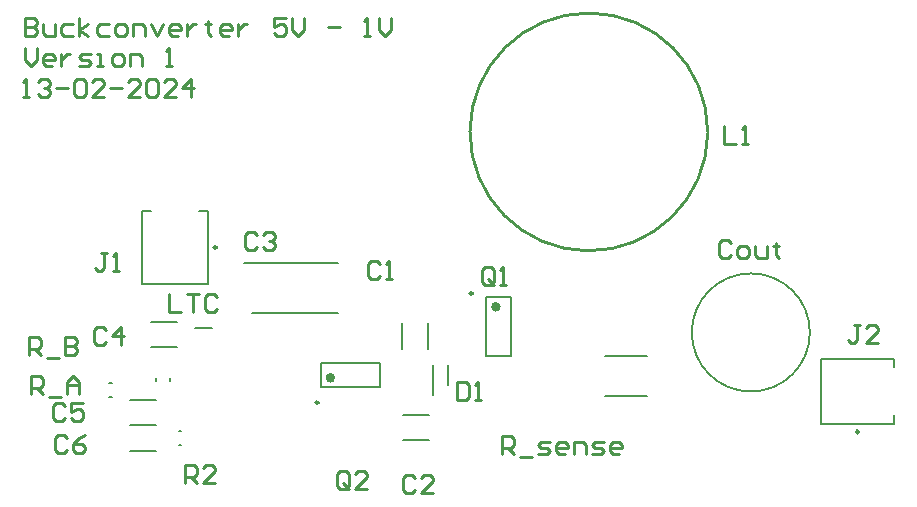
<source format=gto>
G04*
G04 #@! TF.GenerationSoftware,Altium Limited,Altium Designer,24.0.1 (36)*
G04*
G04 Layer_Color=65535*
%FSLAX44Y44*%
%MOMM*%
G71*
G04*
G04 #@! TF.SameCoordinates,5D675279-D88B-4D66-B6F5-DA5342284FE9*
G04*
G04*
G04 #@! TF.FilePolarity,Positive*
G04*
G01*
G75*
%ADD10C,0.4000*%
%ADD11C,0.2500*%
%ADD12C,0.2000*%
%ADD13C,0.2540*%
%ADD14C,0.1270*%
D10*
X806690Y556300D02*
G03*
X806690Y556300I-2000J0D01*
G01*
X946920Y616440D02*
G03*
X946920Y616440I-2000J0D01*
G01*
D11*
X794790Y535400D02*
G03*
X794790Y535400I-1250J0D01*
G01*
X1252200Y510630D02*
G03*
X1252200Y510630I-1250J0D01*
G01*
X708550Y666750D02*
G03*
X708550Y666750I-1250J0D01*
G01*
X925270Y627590D02*
G03*
X925270Y627590I-1250J0D01*
G01*
D12*
X1210780Y594760D02*
G03*
X1210780Y594760I-50000J0D01*
G01*
X846690Y548300D02*
Y569300D01*
X796690Y548300D02*
Y569300D01*
X846690D01*
X796690Y548300D02*
X846690D01*
X731950Y653960D02*
X811200D01*
X738200Y610960D02*
X811200D01*
X866450Y503600D02*
X888450D01*
X866450Y525100D02*
X888450D01*
X1219950Y517130D02*
X1281950D01*
X1219950D02*
Y572530D01*
X1281950D01*
Y517130D02*
Y524450D01*
Y565210D02*
Y572530D01*
X645400Y697750D02*
X652720D01*
X693480D02*
X700800D01*
X645400Y635750D02*
Y697750D01*
Y635750D02*
X700800D01*
Y697750D01*
X689940Y598880D02*
X704440D01*
X936920Y574440D02*
Y624440D01*
X957920Y574440D02*
Y624440D01*
X936920D02*
X957920D01*
X936920Y574440D02*
X957920D01*
X668690Y553990D02*
Y555990D01*
X657190Y553990D02*
Y555990D01*
X617490Y540350D02*
X619490D01*
X617490Y551850D02*
X619490D01*
X635550Y494710D02*
X657550D01*
X635550Y516210D02*
X657550D01*
X635430Y537800D02*
X657430D01*
X635430Y516300D02*
X657430D01*
X676550Y499710D02*
X678550D01*
X676550Y511210D02*
X678550D01*
X653210Y582340D02*
X675210D01*
X653210Y603840D02*
X675210D01*
X865550Y580820D02*
Y602820D01*
X887050Y580820D02*
Y602820D01*
X891640Y542050D02*
Y567300D01*
X904140Y550300D02*
Y567300D01*
D13*
X1124279Y764540D02*
G03*
X1124271Y763266I-100659J0D01*
G01*
X820421Y464822D02*
Y474978D01*
X817882Y477518D01*
X812803D01*
X810264Y474978D01*
Y464822D01*
X812803Y462282D01*
X817882D01*
X815342Y467361D02*
X820421Y462282D01*
X817882D02*
X820421Y464822D01*
X835656Y462282D02*
X825499D01*
X835656Y472439D01*
Y474978D01*
X833117Y477518D01*
X828038D01*
X825499Y474978D01*
X544830Y793750D02*
X549908D01*
X547369D01*
Y808985D01*
X544830Y806446D01*
X557526D02*
X560065Y808985D01*
X565143D01*
X567683Y806446D01*
Y803907D01*
X565143Y801367D01*
X562604D01*
X565143D01*
X567683Y798828D01*
Y796289D01*
X565143Y793750D01*
X560065D01*
X557526Y796289D01*
X572761Y801367D02*
X582918D01*
X587996Y806446D02*
X590535Y808985D01*
X595614D01*
X598153Y806446D01*
Y796289D01*
X595614Y793750D01*
X590535D01*
X587996Y796289D01*
Y806446D01*
X613388Y793750D02*
X603231D01*
X613388Y803907D01*
Y806446D01*
X610849Y808985D01*
X605770D01*
X603231Y806446D01*
X618466Y801367D02*
X628623D01*
X643858Y793750D02*
X633701D01*
X643858Y803907D01*
Y806446D01*
X641319Y808985D01*
X636240D01*
X633701Y806446D01*
X648936D02*
X651476Y808985D01*
X656554D01*
X659093Y806446D01*
Y796289D01*
X656554Y793750D01*
X651476D01*
X648936Y796289D01*
Y806446D01*
X674328Y793750D02*
X664171D01*
X674328Y803907D01*
Y806446D01*
X671789Y808985D01*
X666711D01*
X664171Y806446D01*
X687024Y793750D02*
Y808985D01*
X679407Y801367D01*
X689563D01*
X546100Y835655D02*
Y825498D01*
X551178Y820420D01*
X556257Y825498D01*
Y835655D01*
X568953Y820420D02*
X563874D01*
X561335Y822959D01*
Y828037D01*
X563874Y830577D01*
X568953D01*
X571492Y828037D01*
Y825498D01*
X561335D01*
X576570Y830577D02*
Y820420D01*
Y825498D01*
X579109Y828037D01*
X581648Y830577D01*
X584188D01*
X591805Y820420D02*
X599423D01*
X601962Y822959D01*
X599423Y825498D01*
X594344D01*
X591805Y828037D01*
X594344Y830577D01*
X601962D01*
X607040Y820420D02*
X612119D01*
X609580D01*
Y830577D01*
X607040D01*
X622275Y820420D02*
X627354D01*
X629893Y822959D01*
Y828037D01*
X627354Y830577D01*
X622275D01*
X619736Y828037D01*
Y822959D01*
X622275Y820420D01*
X634971D02*
Y830577D01*
X642589D01*
X645128Y828037D01*
Y820420D01*
X665441D02*
X670520D01*
X667981D01*
Y835655D01*
X665441Y833116D01*
X546100Y861055D02*
Y845820D01*
X553717D01*
X556257Y848359D01*
Y850898D01*
X553717Y853438D01*
X546100D01*
X553717D01*
X556257Y855977D01*
Y858516D01*
X553717Y861055D01*
X546100D01*
X561335Y855977D02*
Y848359D01*
X563874Y845820D01*
X571492D01*
Y855977D01*
X586727D02*
X579109D01*
X576570Y853438D01*
Y848359D01*
X579109Y845820D01*
X586727D01*
X591805D02*
Y861055D01*
Y850898D02*
X599423Y855977D01*
X591805Y850898D02*
X599423Y845820D01*
X617197Y855977D02*
X609580D01*
X607040Y853438D01*
Y848359D01*
X609580Y845820D01*
X617197D01*
X624814D02*
X629893D01*
X632432Y848359D01*
Y853438D01*
X629893Y855977D01*
X624814D01*
X622275Y853438D01*
Y848359D01*
X624814Y845820D01*
X637510D02*
Y855977D01*
X645128D01*
X647667Y853438D01*
Y845820D01*
X652746Y855977D02*
X657824Y845820D01*
X662902Y855977D01*
X675598Y845820D02*
X670520D01*
X667981Y848359D01*
Y853438D01*
X670520Y855977D01*
X675598D01*
X678137Y853438D01*
Y850898D01*
X667981D01*
X683216Y855977D02*
Y845820D01*
Y850898D01*
X685755Y853438D01*
X688294Y855977D01*
X690833D01*
X700990Y858516D02*
Y855977D01*
X698451D01*
X703529D01*
X700990D01*
Y848359D01*
X703529Y845820D01*
X718764D02*
X713686D01*
X711147Y848359D01*
Y853438D01*
X713686Y855977D01*
X718764D01*
X721303Y853438D01*
Y850898D01*
X711147D01*
X726382Y855977D02*
Y845820D01*
Y850898D01*
X728921Y853438D01*
X731460Y855977D01*
X733999D01*
X767009Y861055D02*
X756852D01*
Y853438D01*
X761930Y855977D01*
X764469D01*
X767009Y853438D01*
Y848359D01*
X764469Y845820D01*
X759391D01*
X756852Y848359D01*
X772087Y861055D02*
Y850898D01*
X777165Y845820D01*
X782244Y850898D01*
Y861055D01*
X802557Y853438D02*
X812714D01*
X833027Y845820D02*
X838105D01*
X835566D01*
Y861055D01*
X833027Y858516D01*
X845723Y861055D02*
Y850898D01*
X850801Y845820D01*
X855880Y850898D01*
Y861055D01*
X742951Y676908D02*
X740412Y679447D01*
X735333D01*
X732794Y676908D01*
Y666752D01*
X735333Y664212D01*
X740412D01*
X742951Y666752D01*
X748029Y676908D02*
X750568Y679447D01*
X755647D01*
X758186Y676908D01*
Y674369D01*
X755647Y671830D01*
X753108D01*
X755647D01*
X758186Y669291D01*
Y666752D01*
X755647Y664212D01*
X750568D01*
X748029Y666752D01*
X876301Y471168D02*
X873762Y473708D01*
X868683D01*
X866144Y471168D01*
Y461012D01*
X868683Y458473D01*
X873762D01*
X876301Y461012D01*
X891536Y458473D02*
X881379D01*
X891536Y468629D01*
Y471168D01*
X888997Y473708D01*
X883918D01*
X881379Y471168D01*
X1253491Y600708D02*
X1248412D01*
X1250952D01*
Y588012D01*
X1248412Y585472D01*
X1245873D01*
X1243334Y588012D01*
X1268726Y585472D02*
X1258569D01*
X1268726Y595629D01*
Y598168D01*
X1266187Y600708D01*
X1261108D01*
X1258569Y598168D01*
X615950Y661667D02*
X610872D01*
X613411D01*
Y648972D01*
X610872Y646432D01*
X608332D01*
X605793Y648972D01*
X621028Y646432D02*
X626107D01*
X623568D01*
Y661667D01*
X621028Y659128D01*
X668027Y627378D02*
Y612142D01*
X678183D01*
X683262Y627378D02*
X693418D01*
X688340D01*
Y612142D01*
X708653Y624838D02*
X706114Y627378D01*
X701036D01*
X698497Y624838D01*
Y614682D01*
X701036Y612142D01*
X706114D01*
X708653Y614682D01*
X943610Y637542D02*
Y647698D01*
X941071Y650238D01*
X935993D01*
X933453Y647698D01*
Y637542D01*
X935993Y635003D01*
X941071D01*
X938532Y640081D02*
X943610Y635003D01*
X941071D02*
X943610Y637542D01*
X948688Y635003D02*
X953767D01*
X951228D01*
Y650238D01*
X948688Y647698D01*
X549917Y575312D02*
Y590547D01*
X557534D01*
X560073Y588008D01*
Y582930D01*
X557534Y580390D01*
X549917D01*
X554995D02*
X560073Y575312D01*
X565152Y572773D02*
X575308D01*
X580387Y590547D02*
Y575312D01*
X588004D01*
X590543Y577851D01*
Y580390D01*
X588004Y582930D01*
X580387D01*
X588004D01*
X590543Y585469D01*
Y588008D01*
X588004Y590547D01*
X580387D01*
X551187Y542292D02*
Y557527D01*
X558804D01*
X561343Y554988D01*
Y549910D01*
X558804Y547370D01*
X551187D01*
X556265D02*
X561343Y542292D01*
X566422Y539753D02*
X576578D01*
X581657Y542292D02*
Y552449D01*
X586735Y557527D01*
X591813Y552449D01*
Y542292D01*
Y549910D01*
X581657D01*
X581661Y505458D02*
X579122Y507998D01*
X574043D01*
X571504Y505458D01*
Y495302D01*
X574043Y492762D01*
X579122D01*
X581661Y495302D01*
X596896Y507998D02*
X591818Y505458D01*
X586739Y500380D01*
Y495302D01*
X589278Y492762D01*
X594357D01*
X596896Y495302D01*
Y497841D01*
X594357Y500380D01*
X586739D01*
X580391Y532128D02*
X577852Y534668D01*
X572773D01*
X570234Y532128D01*
Y521972D01*
X572773Y519432D01*
X577852D01*
X580391Y521972D01*
X595626Y534668D02*
X585469D01*
Y527050D01*
X590547Y529589D01*
X593087D01*
X595626Y527050D01*
Y521972D01*
X593087Y519432D01*
X588008D01*
X585469Y521972D01*
X681994Y467363D02*
Y482598D01*
X689612D01*
X692151Y480058D01*
Y474980D01*
X689612Y472441D01*
X681994D01*
X687073D02*
X692151Y467363D01*
X707386D02*
X697229D01*
X707386Y477519D01*
Y480058D01*
X704847Y482598D01*
X699768D01*
X697229Y480058D01*
X614681Y596898D02*
X612142Y599437D01*
X607063D01*
X604524Y596898D01*
Y586742D01*
X607063Y584202D01*
X612142D01*
X614681Y586742D01*
X627377Y584202D02*
Y599437D01*
X619759Y591820D01*
X629916D01*
X1137923Y769617D02*
Y754382D01*
X1148080D01*
X1153158D02*
X1158237D01*
X1155698D01*
Y769617D01*
X1153158Y767078D01*
X1144275Y670558D02*
X1141736Y673098D01*
X1136657D01*
X1134118Y670558D01*
Y660402D01*
X1136657Y657862D01*
X1141736D01*
X1144275Y660402D01*
X1151892Y657862D02*
X1156971D01*
X1159510Y660402D01*
Y665480D01*
X1156971Y668019D01*
X1151892D01*
X1149353Y665480D01*
Y660402D01*
X1151892Y657862D01*
X1164588Y668019D02*
Y660402D01*
X1167128Y657862D01*
X1174745D01*
Y668019D01*
X1182363Y670558D02*
Y668019D01*
X1179823D01*
X1184902D01*
X1182363D01*
Y660402D01*
X1184902Y657862D01*
X847090Y652778D02*
X844551Y655318D01*
X839473D01*
X836933Y652778D01*
Y642622D01*
X839473Y640082D01*
X844551D01*
X847090Y642622D01*
X852168Y640082D02*
X857247D01*
X854708D01*
Y655318D01*
X852168Y652778D01*
X949976Y491492D02*
Y506727D01*
X957594D01*
X960133Y504188D01*
Y499110D01*
X957594Y496570D01*
X949976D01*
X955055D02*
X960133Y491492D01*
X965211Y488953D02*
X975368D01*
X980447Y491492D02*
X988064D01*
X990603Y494031D01*
X988064Y496570D01*
X982986D01*
X980447Y499110D01*
X982986Y501649D01*
X990603D01*
X1003299Y491492D02*
X998221D01*
X995682Y494031D01*
Y499110D01*
X998221Y501649D01*
X1003299D01*
X1005838Y499110D01*
Y496570D01*
X995682D01*
X1010917Y491492D02*
Y501649D01*
X1018534D01*
X1021073Y499110D01*
Y491492D01*
X1026152D02*
X1033769D01*
X1036309Y494031D01*
X1033769Y496570D01*
X1028691D01*
X1026152Y499110D01*
X1028691Y501649D01*
X1036309D01*
X1049004Y491492D02*
X1043926D01*
X1041387Y494031D01*
Y499110D01*
X1043926Y501649D01*
X1049004D01*
X1051544Y499110D01*
Y496570D01*
X1041387D01*
X911863Y552448D02*
Y537212D01*
X919481D01*
X922020Y539752D01*
Y549908D01*
X919481Y552448D01*
X911863D01*
X927098Y537212D02*
X932177D01*
X929638D01*
Y552448D01*
X927098Y549908D01*
D14*
X1037060Y574530D02*
X1073060D01*
X1037060Y540530D02*
X1073060D01*
M02*

</source>
